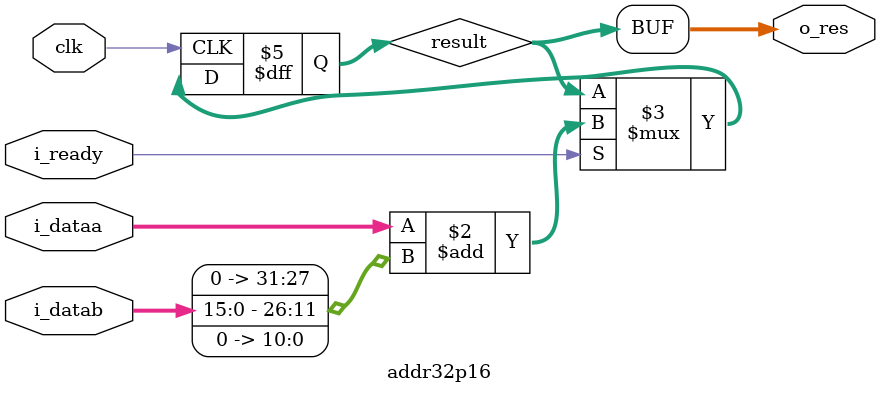
<source format=sv>
module lab1#
(
	parameter WIDTHIN = 16,		// Input format is Q2.14 (2 integer bits + 14 fractional bits = 16 bits)
	parameter WIDTHOUT = 32,	// Intermediate/Output format is Q7.25 (7 integer bits + 25 fractional bits = 32 bits)
	// Taylor coefficients for the first five terms in Q2.14 format
	parameter [WIDTHIN-1:0] A0 = 16'b01_00000000000000, // a0 = 1
	parameter [WIDTHIN-1:0] A1 = 16'b01_00000000000000, // a1 = 1
	parameter [WIDTHIN-1:0] A2 = 16'b00_10000000000000, // a2 = 1/2
	parameter [WIDTHIN-1:0] A3 = 16'b00_00101010101010, // a3 = 1/6
	parameter [WIDTHIN-1:0] A4 = 16'b00_00001010101010, // a4 = 1/24
	parameter [WIDTHIN-1:0] A5 = 16'b00_00000010001000  // a5 = 1/120
)
(
	input clk,
	input reset,	
	input i_valid,
	input i_ready,
	output o_valid,
	output o_ready,
	
	input [WIDTHIN-1:0] i_x,
	output [WIDTHOUT-1:0] o_y
);
//Output value could overflow (32-bit output, and 16-bit inputs multiplied
//together repeatedly).  Don't worry about that -- assume that only the bottom
//32 bits are of interest, and keep them.
logic [WIDTHIN-1:0] x;	// Register to hold input X
logic [WIDTHOUT-1:0] y_Q;	// Register to hold output Y

logic valid_Q1;		// Restore the i_valid for the corresponding input x
logic valid_Q2;		// Restore the i_valid for the corresponding input x
logic valid_Q3;		// Restore the i_valid for the corresponding input x
logic valid_Q4;		// Restore the i_valid for the corresponding input x
logic valid_Q5;		// Restore the i_valid for the corresponding input x
logic valid_Q6;		// Restore the i_valid for the corresponding input x
logic valid_Q7;		// Restore the i_valid for the corresponding input x
logic valid_Q8;		// Restore the i_valid for the corresponding input x
logic valid_Q9;		// Restore the i_valid for the corresponding input x
logic valid_Q10;		// Restore the i_valid for the corresponding input x
logic valid_Q11;
logic valid_Result;  //To determine if the computation result is valid based on its i_valid at the input time
// signal for enabling sequential circuit elements
logic enable;

// Signals for computing the y output
logic [WIDTHOUT-1:0] m0_out; // A5 * x
logic [WIDTHOUT-1:0] a0_out; // A5 * x + A4
logic [WIDTHOUT-1:0] m1_out; // (A5 * x + A4) * x
logic [WIDTHOUT-1:0] a1_out; // (A5 * x + A4) * x + A3
logic [WIDTHOUT-1:0] m2_out; // ((A5 * x + A4) * x + A3) * x
logic [WIDTHOUT-1:0] a2_out; // ((A5 * x + A4) * x + A3) * x + A2
logic [WIDTHOUT-1:0] m3_out; // (((A5 * x + A4) * x + A3) * x + A2) * x
logic [WIDTHOUT-1:0] a3_out; // (((A5 * x + A4) * x + A3) * x + A2) * x + A1
logic [WIDTHOUT-1:0] m4_out; // ((((A5 * x + A4) * x + A3) * x + A2) * x + A1) * x
logic [WIDTHOUT-1:0] a4_out; // ((((A5 * x + A4) * x + A3) * x + A2) * x + A1) * x + A0
logic [WIDTHOUT-1:0] y_D; // Temeperate register to restore intermediate value
// Temperate pipeline register to sync the input 
logic [WIDTHIN-1:0] x0_in; // temperate register to synchronize the input matches with operation
logic [WIDTHIN-1:0] x1_in; // input x will be hold from x0_in and then shift to x_7 by clk
logic [WIDTHIN-1:0] x2_in;
logic [WIDTHIN-1:0] x3_in;
logic [WIDTHIN-1:0] x4_in;
logic [WIDTHIN-1:0] x5_in;
logic [WIDTHIN-1:0] x6_in;
logic [WIDTHIN-1:0] x7_in;


// compute y value
mult16x16 Mult0 (.clk,	.i_ready,	.i_dataa(A5), 		.i_datab(x), 	.o_res(m0_out));
addr32p16 Addr0 (.clk,	.i_ready,	.i_dataa(m0_out), 	.i_datab(A4), 	.o_res(a0_out));

mult32x16 Mult1 (.clk,	.i_ready,	.i_dataa(a0_out), 	.i_datab(x1_in), 	.o_res(m1_out));
addr32p16 Addr1 (.clk,	.i_ready,	.i_dataa(m1_out), 	.i_datab(A3), 	.o_res(a1_out));

mult32x16 Mult2 (.clk,	.i_ready,	.i_dataa(a1_out), 	.i_datab(x3_in), 	.o_res(m2_out));
addr32p16 Addr2 (.clk,	.i_ready,	.i_dataa(m2_out), 	.i_datab(A2), 	.o_res(a2_out));

mult32x16 Mult3 (.clk,	.i_ready,	.i_dataa(a2_out), 	.i_datab(x5_in), 	.o_res(m3_out));
addr32p16 Addr3 (.clk,	.i_ready,	.i_dataa(m3_out), 	.i_datab(A1), 	.o_res(a3_out));

mult32x16 Mult4 (.clk,	.i_ready,	.i_dataa(a3_out), 	.i_datab(x7_in), 	.o_res(m4_out));
addr32p16 Addr4 (.clk,	.i_ready,	.i_dataa(m4_out), 	.i_datab(A0), 	.o_res(a4_out));

assign y_D = a4_out; // y_D now holds the calculation result

// Combinational logic
always_comb begin
	// signal for enable
	enable = i_ready;
end

// Infer the registers
always_ff @(posedge clk or posedge reset) begin
	if (reset) begin
	//initialize the register to prevent garbage value interapt the operation
		valid_Q1 <= 1'b0;
		valid_Q2 <= 1'b0;
		valid_Q3 <= 1'b0;
		valid_Q4 <= 1'b0;
		valid_Q5 <= 1'b0;
		valid_Q6 <= 1'b0;
		valid_Q7 <= 1'b0;
		valid_Q8 <= 1'b0;
		valid_Q9 <= 1'b0;
		valid_Q10 <= 1'b0;
		valid_Q11 <= 1'b0;
		valid_Result <=1'b0;
		x <= 0;
		x0_in <=0;
		x1_in <=0;
		x2_in <=0;
		x3_in <=0;
		x4_in <=0;
		x5_in <=0;
		x6_in <=0;
		x7_in <=0;
		y_Q <= 0;
	end else if (enable) begin
		// propagate the valid value
		//need to adjust for pipeline structure
		//move the i_valid signal from the input side to the output 
		valid_Result <= valid_Q11;
		valid_Q11 <=valid_Q10;
		valid_Q10 <= valid_Q9;
		valid_Q9 <= valid_Q8;
		valid_Q8 <= valid_Q7;
		valid_Q7 <= valid_Q6;
		valid_Q6 <= valid_Q5;
		valid_Q5 <= valid_Q4;
		valid_Q4 <= valid_Q3;
		valid_Q3 <= valid_Q2;
		valid_Q2 <= valid_Q1;
		valid_Q1 <= i_valid;
		
		// read in new x value	
		
		x7_in <= x6_in;
		x6_in <= x5_in;
		x5_in <= x4_in;
		x4_in <= x3_in;
		x3_in <= x2_in;
		x2_in <= x1_in;
		x1_in <= x0_in;
		x0_in <= x;
		x <= i_x;
		y_Q <= y_D;
	end
end

// assign outputs
assign o_y = y_Q;
// ready for inputs as long as receiver is ready for outputs */
assign o_ready = i_ready;   		
// the output is valid as long as the corresponding input was valid and 
//	the receiver is ready. If the receiver isn't ready, the computed output
//	will still remain on the register outputs and the circuit will resume
//  normal operation with the receiver is ready again (i_ready is high)*/
// o_valid will be valid only when the compute x at the input is valid and is ready to take the next input
assign o_valid = valid_Result && o_ready;	 

endmodule

/*******************************************************************************************/

// Multiplier module for the first 16x16 multiplication
module mult16x16 (
	input clk,
	input i_ready,
	input  [15:0] i_dataa, 
	input  [15:0] i_datab,
	output [31:0] o_res
);

//temperate resigter to hold intermediate result
logic [31:0] result;


always_ff @(posedge clk) begin
// only compute when the clk is at positive edge
	if (i_ready) begin
		result <= i_dataa * i_datab;
	end
end

// The result of Q2.14 x Q2.14 is in the Q4.28 format. Therefore we need to change it
// to the Q7.25 format specified in the assignment by shifting right and padding with zeros.
assign o_res = {3'b000, result[31:3]};

endmodule

/*******************************************************************************************/

// Multiplier module for all the remaining 32x16 multiplications
module mult32x16 (
	input clk,
	input i_ready,
	input  [31:0] i_dataa,
	input  [15:0] i_datab,
	output [31:0] o_res
);

logic [47:0] result;
//logic [31:0] prev_input;
always_ff @(posedge clk) begin
// only compute when the clk is at positive edge
	if(i_ready) begin
		result <= i_dataa * i_datab;
	end	
end

// The result of Q7.25 x Q2.14 is in the Q9.39 format. Therefore we need to change it
// to the Q7.25 format specified in the assignment by selecting the appropriate bits
// (i.e. dropping the most-significant 2 bits and least-significant 14 bits).
assign o_res = result[45:14];

endmodule

/*******************************************************************************************/

// Adder module for all the 32b+16b addition operations 
module addr32p16 (
	input clk,
	input i_ready,
	input [31:0] i_dataa,
	input [15:0] i_datab,
	output [31:0] o_res
);
logic [31:0] result;
always_ff @(posedge clk) begin
	if (i_ready) begin
// only compute when the clk is at positive edge
//need to match with Q7.24 format
		result <= i_dataa + {5'b00000, i_datab, 11'b00000000000};
	end 

	
end
assign o_res = result;
endmodule

/*******************************************************************************************/

</source>
